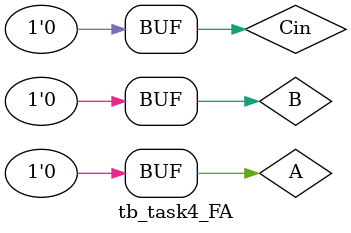
<source format=sv>
`timescale 1ns/1ps
module tb_task4_FA;

    // DUT Inputs
    logic A, B, Cin;

    // DUT Outputs
    logic sum, Cout;

    // Instantiate the DUT
    task4_FA uut (
        .sum(sum),
        .Cout(Cout),
        .A(A),
        .B(B),
        .Cin(Cin)
    );

      initial begin
        // Initialize
        {A, B, Cin} = 3'b000;

        // Apply all combinations
        repeat (8) begin
            #10 {A, B, Cin} = {A, B, Cin} + 1;
        end

    end

endmodule


</source>
